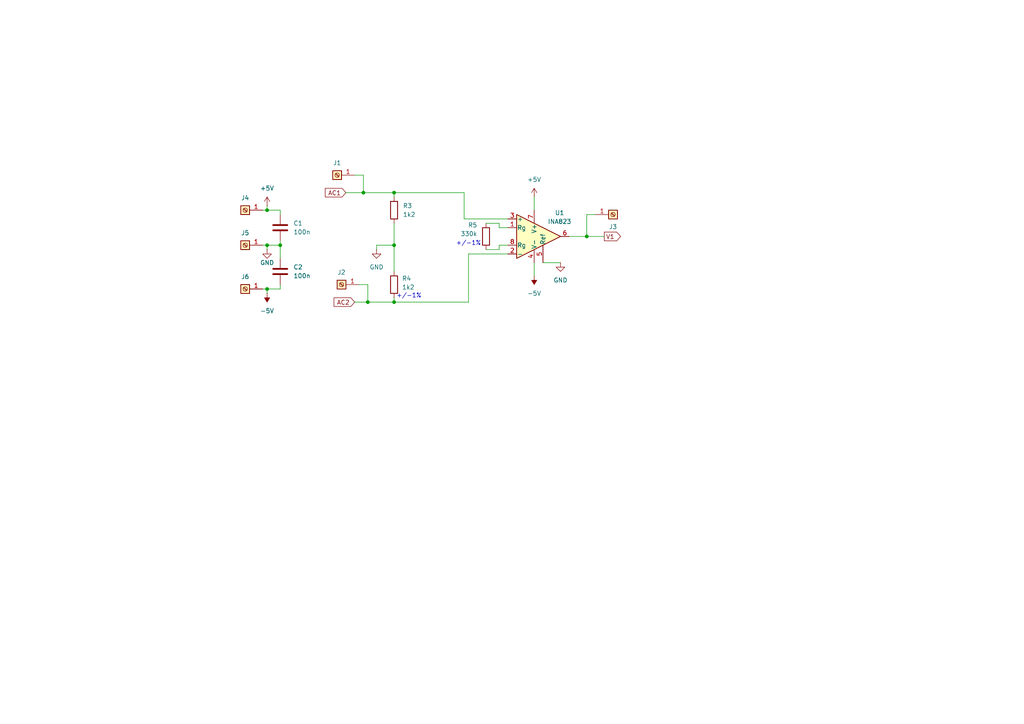
<source format=kicad_sch>
(kicad_sch (version 20231120) (generator "eeschema") (generator_version "8.0")
  (paper "A4")
  (title_block (title "Voltage Measurement") (date "2024-05-25"))
  (lib_symbols
    (symbol "1-Capacitor:C_0805" (pin_numbers hide) (pin_names (offset 0.254))
      (property "Reference" "C" (at 0.635 2.54 0))
      (property "Value" "C_0805" (at 0.635 -2.54 0))
      (symbol "C_0805_0_1"
        (polyline (pts (xy -2.032 -0.762) (xy 2.032 -0.762)) (stroke (width 0.508)))
        (polyline (pts (xy -2.032 0.762) (xy 2.032 0.762)) (stroke (width 0.508)))
      )
      (symbol "C_0805_1_1"
        (pin passive line (at 0 3.81 270) (length 2.794) (name "~") (number "1"))
        (pin passive line (at 0 -3.81 90) (length 2.794) (name "~") (number "2"))
      )
    )
    (symbol "1-Resistor:R_0805" (pin_numbers hide) (pin_names (offset 0))
      (property "Reference" "R" (at 2.032 0 90))
      (property "Value" "R_0805" (at -2.54 0 90))
      (symbol "R_0805_0_1"
        (rectangle (start -1.016 -2.54) (end 1.016 2.54) (stroke (width 0.254)))
      )
      (symbol "R_0805_1_1"
        (pin passive line (at 0 3.81 270) (length 1.27) (name "~") (number "1"))
        (pin passive line (at 0 -3.81 90) (length 1.27) (name "~") (number "2"))
      )
    )
    (symbol "Amplifier_Instrumentation:INA129" (pin_names (offset 0.127))
      (property "Reference" "U" (at 3.81 3.175 0))
      (property "Value" "INA129" (at 3.81 -3.175 0))
      (symbol "INA129_0_1"
        (polyline (pts (xy 7.62 0) (xy -5.08 6.35) (xy -5.08 -6.35) (xy 7.62 0)) (stroke (width 0.254)) (fill (type background)))
      )
      (symbol "INA129_1_1"
        (pin passive line (at -7.62 2.54 0) (length 2.54) (name "Rg") (number "1"))
        (pin input line (at -7.62 -5.08 0) (length 2.54) (name "-") (number "2"))
        (pin input line (at -7.62 5.08 0) (length 2.54) (name "+") (number "3"))
        (pin power_in line (at 0 -7.62 90) (length 3.81) (name "V-") (number "4"))
        (pin input line (at 2.54 -7.62 90) (length 5.08) (name "Ref") (number "5"))
        (pin output line (at 10.16 0 180) (length 2.54) (name "~") (number "6"))
        (pin power_in line (at 0 7.62 270) (length 3.81) (name "V+") (number "7"))
        (pin passive line (at -7.62 -2.54 0) (length 2.54) (name "Rg") (number "8"))
      )
    )
    (symbol "Connector:Screw_Terminal_01x01" (pin_names (offset 1.016) hide)
      (property "Reference" "J" (at 0 2.54 0))
      (property "Value" "Screw_Terminal_01x01" (at 0 -2.54 0))
      (symbol "Screw_Terminal_01x01_1_1"
        (rectangle (start -1.27 1.27) (end 1.27 -1.27) (stroke (width 0.254)) (fill (type background)))
        (polyline (pts (xy -0.5334 0.3302) (xy 0.3302 -0.508)) (stroke (width 0.1524)))
        (polyline (pts (xy -0.3556 0.508) (xy 0.508 -0.3302)) (stroke (width 0.1524)))
        (circle (center 0 0) (radius 0.635) (stroke (width 0.1524)))
        (pin passive line (at -5.08 0 0) (length 3.81) (name "Pin_1") (number "1"))
      )
    )
    (symbol "power:+5V" (power) (pin_numbers hide) (pin_names (offset 0) hide)
      (property "Value" "+5V" (at 0 3.556 0))
      (symbol "+5V_0_1"
        (polyline (pts (xy -0.762 1.27) (xy 0 2.54)))
        (polyline (pts (xy 0 0) (xy 0 2.54)))
        (polyline (pts (xy 0 2.54) (xy 0.762 1.27)))
      )
      (symbol "+5V_1_1"
        (pin power_in line (at 0 0 90) (length 0) (name "~") (number "1"))
      )
    )
    (symbol "power:-5V" (power) (pin_numbers hide) (pin_names (offset 0) hide)
      (property "Value" "-5V" (at 0 3.556 0))
      (symbol "-5V_0_0"
        (pin power_in line (at 0 0 90) (length 0) (name "~") (number "1"))
      )
      (symbol "-5V_0_1"
        (polyline (pts (xy 0 0) (xy 0 1.27) (xy 0.762 1.27) (xy 0 2.54) (xy -0.762 1.27) (xy 0 1.27)) (fill (type outline)))
      )
    )
    (symbol "power:GND" (power) (pin_numbers hide) (pin_names (offset 0) hide)
      (property "Value" "GND" (at 0 -3.81 0))
      (symbol "GND_0_1"
        (polyline (pts (xy 0 0) (xy 0 -1.27) (xy 1.27 -1.27) (xy 0 -2.54) (xy -1.27 -1.27) (xy 0 -1.27)))
      )
      (symbol "GND_1_1"
        (pin power_in line (at 0 0 270) (length 0) (name "~") (number "1"))
      )
    )
  )
  (junction (at 114.3 71.12))
  (junction (at 77.47 60.96))
  (junction (at 170.18 68.58))
  (junction (at 106.68 87.63))
  (junction (at 114.3 87.63))
  (junction (at 81.28 71.12))
  (junction (at 105.41 55.88))
  (junction (at 77.47 71.12))
  (junction (at 114.3 55.88))
  (junction (at 77.47 83.82))
  (wire (pts (xy 105.41 50.8) (xy 105.41 55.88)))
  (wire (pts (xy 105.41 55.88) (xy 114.3 55.88)))
  (wire (pts (xy 114.3 57.15) (xy 114.3 55.88)))
  (wire (pts (xy 170.18 68.58) (xy 175.26 68.58)))
  (wire (pts (xy 114.3 71.12) (xy 114.3 78.74)))
  (wire (pts (xy 77.47 59.69) (xy 77.47 60.96)))
  (wire (pts (xy 172.72 62.23) (xy 170.18 62.23)))
  (wire (pts (xy 135.89 73.66) (xy 147.32 73.66)))
  (wire (pts (xy 147.32 66.04) (xy 144.78 66.04)))
  (wire (pts (xy 147.32 71.12) (xy 144.78 71.12)))
  (wire (pts (xy 114.3 87.63) (xy 135.89 87.63)))
  (wire (pts (xy 114.3 87.63) (xy 114.3 86.36)))
  (wire (pts (xy 77.47 83.82) (xy 76.2 83.82)))
  (wire (pts (xy 114.3 55.88) (xy 134.62 55.88)))
  (wire (pts (xy 81.28 71.12) (xy 77.47 71.12)))
  (wire (pts (xy 109.22 71.12) (xy 114.3 71.12)))
  (wire (pts (xy 106.68 87.63) (xy 114.3 87.63)))
  (wire (pts (xy 77.47 60.96) (xy 76.2 60.96)))
  (wire (pts (xy 100.33 55.88) (xy 105.41 55.88)))
  (wire (pts (xy 77.47 71.12) (xy 76.2 71.12)))
  (wire (pts (xy 165.1 68.58) (xy 170.18 68.58)))
  (wire (pts (xy 77.47 85.09) (xy 77.47 83.82)))
  (wire (pts (xy 102.87 50.8) (xy 105.41 50.8)))
  (wire (pts (xy 144.78 71.12) (xy 144.78 72.39)))
  (wire (pts (xy 134.62 63.5) (xy 134.62 55.88)))
  (wire (pts (xy 104.14 82.55) (xy 106.68 82.55)))
  (wire (pts (xy 147.32 63.5) (xy 134.62 63.5)))
  (wire (pts (xy 144.78 72.39) (xy 140.97 72.39)))
  (wire (pts (xy 81.28 71.12) (xy 81.28 74.93)))
  (wire (pts (xy 170.18 62.23) (xy 170.18 68.58)))
  (wire (pts (xy 114.3 71.12) (xy 114.3 64.77)))
  (wire (pts (xy 154.94 57.15) (xy 154.94 60.96)))
  (wire (pts (xy 81.28 62.23) (xy 81.28 60.96)))
  (wire (pts (xy 106.68 82.55) (xy 106.68 87.63)))
  (wire (pts (xy 154.94 76.2) (xy 154.94 80.01)))
  (wire (pts (xy 81.28 83.82) (xy 77.47 83.82)))
  (wire (pts (xy 81.28 60.96) (xy 77.47 60.96)))
  (wire (pts (xy 135.89 73.66) (xy 135.89 87.63)))
  (wire (pts (xy 77.47 72.39) (xy 77.47 71.12)))
  (wire (pts (xy 144.78 66.04) (xy 144.78 64.77)))
  (wire (pts (xy 109.22 71.12) (xy 109.22 72.39)))
  (wire (pts (xy 102.87 87.63) (xy 106.68 87.63)))
  (wire (pts (xy 157.48 76.2) (xy 162.56 76.2)))
  (wire (pts (xy 81.28 82.55) (xy 81.28 83.82)))
  (wire (pts (xy 144.78 64.77) (xy 140.97 64.77)))
  (wire (pts (xy 81.28 69.85) (xy 81.28 71.12)))
  (text "+/-1%" (at 118.618 85.852 0) (effects (font (size 1.27 1.27))))
  (text "+/-1%" (at 135.89 70.612 0) (effects (font (size 1.27 1.27))))
  (global_label "AC1" (shape input) (at 100.33 55.88 180) (property "Intersheetrefs" "${INTERSHEET_REFS}" (effects (hide yes))))
  (global_label "AC2" (shape input) (at 102.87 87.63 180) (property "Intersheetrefs" "${INTERSHEET_REFS}" (effects (hide yes))))
  (global_label "V1" (shape output) (at 175.26 68.58 0) (property "Intersheetrefs" "${INTERSHEET_REFS}" (effects (hide yes))))
  (symbol (lib_id "power:GND") (at 162.56 76.2 0) (unit 1)
    (property "Reference" "#PWR09" (effects (hide yes)))
    (property "Value" "GND" (at 162.56 81.28 0))
    (property "Description" "Power symbol creates a global label with name \"GND\" , ground" (effects (hide yes)))
  )
  (symbol (lib_id "1-Resistor:R_0805") (at 114.3 60.96 0) (unit 1)
    (property "Reference" "R3" (at 116.84 59.69 0) (effects (justify left)))
    (property "Value" "1k2" (at 116.84 62.23 0) (effects (justify left)))
    (property "Footprint" "1-Resistor:R_0805_2012Metric" (effects (hide yes)))
  )
  (symbol (lib_id "1-Capacitor:C_0805") (at 81.28 66.04 0) (unit 1)
    (property "Reference" "C1" (at 85.09 64.7699 0) (effects (justify left)))
    (property "Value" "100n" (at 85.09 67.3099 0) (effects (justify left)))
    (property "Footprint" "1-Capacitor:C_0805_2012Metric" (effects (hide yes)))
    (property "Description" "Unpolarized capacitor" (effects (hide yes)))
  )
  (symbol (lib_id "power:GND") (at 109.22 72.39 0) (unit 1)
    (property "Reference" "#PWR08" (effects (hide yes)))
    (property "Value" "GND" (at 109.22 77.47 0))
    (property "Description" "Power symbol creates a global label with name \"GND\" , ground" (effects (hide yes)))
  )
  (symbol (lib_id "power:+5V") (at 154.94 57.15 0) (unit 1)
    (property "Reference" "#PWR02" (effects (hide yes)))
    (property "Value" "+5V" (at 154.94 52.07 0))
    (property "Description" "Power symbol creates a global label with name \"+5V\"" (effects (hide yes)))
  )
  (symbol (lib_id "1-Resistor:R_0805") (at 114.3 82.55 0) (unit 1)
    (property "Reference" "R4" (at 116.586 80.772 0) (effects (justify left)))
    (property "Value" "1k2" (at 116.586 83.312 0) (effects (justify left)))
    (property "Footprint" "1-Resistor:R_0805_2012Metric" (effects (hide yes)))
  )
  (symbol (lib_id "Connector:Screw_Terminal_01x01") (at 99.06 82.55 180) (unit 1)
    (property "Reference" "J2" (at 99.06 78.994 0))
    (property "Value" "Screw_Terminal_01x01" (effects (hide yes)))
    (property "Footprint" "1-Pad:PAD_2.54_1.0" (effects (hide yes)))
    (property "Description" "Generic screw terminal, single row, 01x01, script generated (kicad-library-utils/schlib/autogen/connector/)" (effects (hide yes)))
  )
  (symbol (lib_id "Connector:Screw_Terminal_01x01") (at 71.12 83.82 180) (unit 1)
    (property "Reference" "J6" (at 71.12 80.264 0))
    (property "Value" "Screw_Terminal_01x01" (effects (hide yes)))
    (property "Footprint" "1-Pad:PAD_2.54_1.0" (effects (hide yes)))
    (property "Description" "Generic screw terminal, single row, 01x01, script generated (kicad-library-utils/schlib/autogen/connector/)" (effects (hide yes)))
  )
  (symbol (lib_id "Connector:Screw_Terminal_01x01") (at 71.12 60.96 180) (unit 1)
    (property "Reference" "J4" (at 71.12 57.404 0))
    (property "Value" "Screw_Terminal_01x01" (effects (hide yes)))
    (property "Footprint" "1-Pad:PAD_2.54_1.0" (effects (hide yes)))
    (property "Description" "Generic screw terminal, single row, 01x01, script generated (kicad-library-utils/schlib/autogen/connector/)" (effects (hide yes)))
  )
  (symbol (lib_id "1-Resistor:R_0805") (at 140.97 68.58 0) (mirror y) (unit 1)
    (property "Reference" "R5" (at 138.43 65.278 0) (effects (justify left)))
    (property "Value" "330k" (at 138.43 67.818 0) (effects (justify left)))
    (property "Footprint" "1-Resistor:R_0805_2012Metric" (effects (hide yes)))
  )
  (symbol (lib_id "1-Capacitor:C_0805") (at 81.28 78.74 0) (unit 1)
    (property "Reference" "C2" (at 85.09 77.4699 0) (effects (justify left)))
    (property "Value" "100n" (at 85.09 80.0099 0) (effects (justify left)))
    (property "Footprint" "1-Capacitor:C_0805_2012Metric" (effects (hide yes)))
    (property "Description" "Unpolarized capacitor" (effects (hide yes)))
  )
  (symbol (lib_id "Connector:Screw_Terminal_01x01") (at 97.79 50.8 180) (unit 1)
    (property "Reference" "J1" (at 97.79 47.244 0))
    (property "Value" "Screw_Terminal_01x01" (effects (hide yes)))
    (property "Footprint" "1-Pad:PAD_2.54_1.0" (effects (hide yes)))
    (property "Description" "Generic screw terminal, single row, 01x01, script generated (kicad-library-utils/schlib/autogen/connector/)" (effects (hide yes)))
  )
  (symbol (lib_id "Connector:Screw_Terminal_01x01") (at 177.8 62.23 0) (unit 1)
    (property "Reference" "J3" (at 177.8 65.786 0))
    (property "Value" "Screw_Terminal_01x01" (effects (hide yes)))
    (property "Footprint" "1-Pad:PAD_2.54_1.0" (effects (hide yes)))
    (property "Description" "Generic screw terminal, single row, 01x01, script generated (kicad-library-utils/schlib/autogen/connector/)" (effects (hide yes)))
  )
  (symbol (lib_id "power:-5V") (at 154.94 80.01 180) (unit 1)
    (property "Reference" "#PWR03" (effects (hide yes)))
    (property "Value" "-5V" (at 154.94 85.09 0))
    (property "Description" "Power symbol creates a global label with name \"-5V\"" (effects (hide yes)))
  )
  (symbol (lib_id "Connector:Screw_Terminal_01x01") (at 71.12 71.12 180) (unit 1)
    (property "Reference" "J5" (at 71.12 67.564 0))
    (property "Value" "Screw_Terminal_01x01" (effects (hide yes)))
    (property "Footprint" "1-Pad:PAD_2.54_1.0" (effects (hide yes)))
    (property "Description" "Generic screw terminal, single row, 01x01, script generated (kicad-library-utils/schlib/autogen/connector/)" (effects (hide yes)))
  )
  (symbol (lib_id "power:GND") (at 77.47 72.39 0) (unit 1)
    (property "Reference" "#PWR07" (effects (hide yes)))
    (property "Value" "GND" (at 77.47 76.2 0))
    (property "Description" "Power symbol creates a global label with name \"GND\" , ground" (effects (hide yes)))
  )
  (symbol (lib_id "power:+5V") (at 77.47 59.69 0) (unit 1)
    (property "Reference" "#PWR05" (effects (hide yes)))
    (property "Value" "+5V" (at 77.47 54.61 0))
    (property "Description" "Power symbol creates a global label with name \"+5V\"" (effects (hide yes)))
  )
  (symbol (lib_id "Amplifier_Instrumentation:INA129") (at 154.94 68.58 0) (unit 1)
    (property "Reference" "U1" (at 162.306 61.722 0))
    (property "Value" "INA823" (at 162.306 64.262 0))
    (property "Footprint" "1-Package_SO:SOIC-8_3.9x4.9mm_P1.27mm" (effects (hide yes)))
    (property "Datasheet" "http://www.ti.com/lit/ds/symlink/ina128.pdf" (effects (hide yes)))
    (property "Description" "Precision, Low Power Instrumentation Amplifier G = 1 + 49.4kOhm/Rg, DIP-8/SOIC-8" (effects (hide yes)))
  )
  (symbol (lib_id "power:-5V") (at 77.47 85.09 180) (unit 1)
    (property "Reference" "#PWR06" (effects (hide yes)))
    (property "Value" "-5V" (at 77.47 90.17 0))
    (property "Description" "Power symbol creates a global label with name \"-5V\"" (effects (hide yes)))
  )
)
</source>
